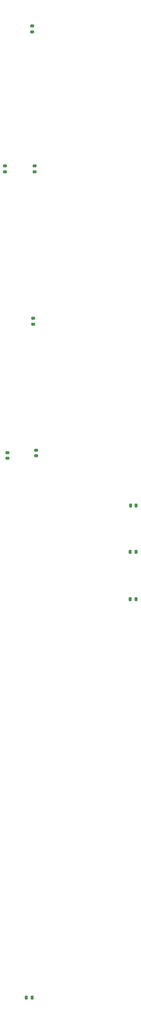
<source format=gbr>
%TF.GenerationSoftware,KiCad,Pcbnew,9.0.4-9.0.4-0~ubuntu22.04.1*%
%TF.CreationDate,2025-12-30T11:42:01-05:00*%
%TF.ProjectId,psc_carrier_brd,7073635f-6361-4727-9269-65725f627264,rev?*%
%TF.SameCoordinates,Original*%
%TF.FileFunction,Paste,Bot*%
%TF.FilePolarity,Positive*%
%FSLAX46Y46*%
G04 Gerber Fmt 4.6, Leading zero omitted, Abs format (unit mm)*
G04 Created by KiCad (PCBNEW 9.0.4-9.0.4-0~ubuntu22.04.1) date 2025-12-30 11:42:01*
%MOMM*%
%LPD*%
G01*
G04 APERTURE LIST*
G04 Aperture macros list*
%AMRoundRect*
0 Rectangle with rounded corners*
0 $1 Rounding radius*
0 $2 $3 $4 $5 $6 $7 $8 $9 X,Y pos of 4 corners*
0 Add a 4 corners polygon primitive as box body*
4,1,4,$2,$3,$4,$5,$6,$7,$8,$9,$2,$3,0*
0 Add four circle primitives for the rounded corners*
1,1,$1+$1,$2,$3*
1,1,$1+$1,$4,$5*
1,1,$1+$1,$6,$7*
1,1,$1+$1,$8,$9*
0 Add four rect primitives between the rounded corners*
20,1,$1+$1,$2,$3,$4,$5,0*
20,1,$1+$1,$4,$5,$6,$7,0*
20,1,$1+$1,$6,$7,$8,$9,0*
20,1,$1+$1,$8,$9,$2,$3,0*%
G04 Aperture macros list end*
%ADD10RoundRect,0.140000X-0.140000X-0.170000X0.140000X-0.170000X0.140000X0.170000X-0.140000X0.170000X0*%
%ADD11RoundRect,0.140000X0.170000X-0.140000X0.170000X0.140000X-0.170000X0.140000X-0.170000X-0.140000X0*%
%ADD12RoundRect,0.140000X0.140000X0.170000X-0.140000X0.170000X-0.140000X-0.170000X0.140000X-0.170000X0*%
%ADD13RoundRect,0.140000X-0.170000X0.140000X-0.170000X-0.140000X0.170000X-0.140000X0.170000X0.140000X0*%
G04 APERTURE END LIST*
D10*
%TO.C,C58*%
X285220000Y-248400000D03*
X286180000Y-248400000D03*
%TD*%
D11*
%TO.C,C14*%
X269125000Y-224050000D03*
X269125000Y-223090000D03*
%TD*%
D12*
%TO.C,C75*%
X268380000Y-316200000D03*
X267420000Y-316200000D03*
%TD*%
D13*
%TO.C,C13*%
X264150000Y-223515000D03*
X264150000Y-224475000D03*
%TD*%
%TO.C,C72*%
X263800000Y-174800000D03*
X263800000Y-175760000D03*
%TD*%
D11*
%TO.C,C74*%
X268412500Y-151960000D03*
X268412500Y-151000000D03*
%TD*%
%TO.C,C15*%
X268590000Y-201660000D03*
X268590000Y-200700000D03*
%TD*%
D10*
%TO.C,C59*%
X285220000Y-240400000D03*
X286180000Y-240400000D03*
%TD*%
D11*
%TO.C,C73*%
X268800000Y-175760000D03*
X268800000Y-174800000D03*
%TD*%
D10*
%TO.C,C57*%
X285240000Y-232500000D03*
X286200000Y-232500000D03*
%TD*%
M02*

</source>
